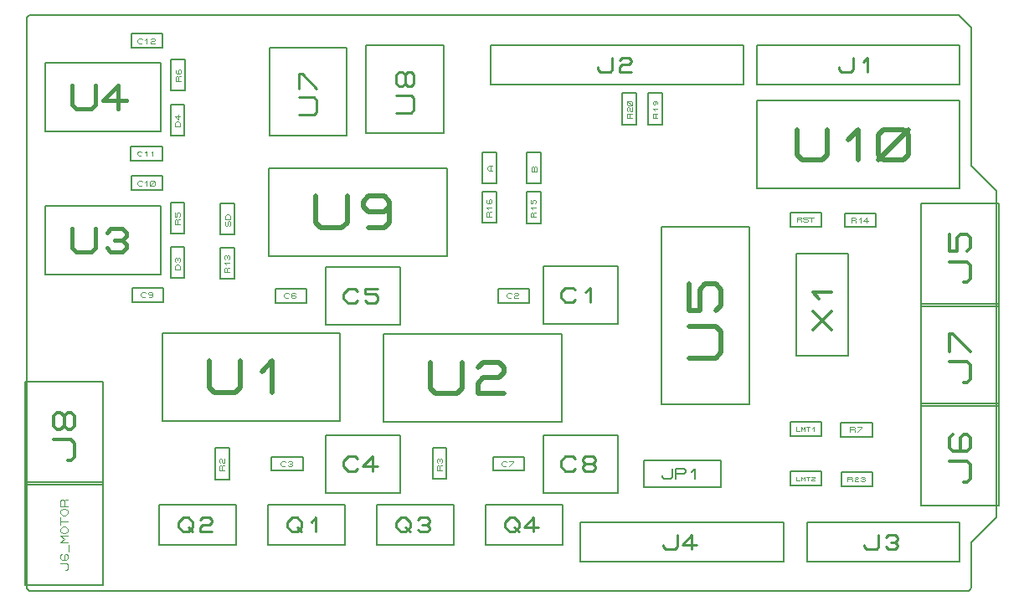
<source format=gbr>
G04 PROTEUS GERBER X2 FILE*
%TF.GenerationSoftware,Labcenter,Proteus,8.6-SP2-Build23525*%
%TF.CreationDate,2019-07-10T19:11:28+00:00*%
%TF.FileFunction,AssemblyDrawing,Top*%
%TF.FilePolarity,Positive*%
%TF.Part,Single*%
%FSLAX45Y45*%
%MOMM*%
G01*
%TA.AperFunction,Profile*%
%ADD29C,0.203200*%
%TA.AperFunction,Material*%
%ADD30C,0.203200*%
%ADD55C,0.513080*%
%ADD56C,0.533400*%
%ADD57C,0.296330*%
%ADD58C,0.078740*%
%ADD59C,0.250610*%
%ADD60C,0.085340*%
%ADD61C,0.240790*%
%ADD62C,0.316990*%
%ADD63C,0.115140*%
%ADD64C,0.062990*%
%ADD65C,0.389040*%
%ADD66C,0.345440*%
%ADD67C,0.164590*%
%TD.AperFunction*%
D29*
X-11303600Y+6940000D02*
X-1902000Y+6940000D01*
X-1800400Y+1120000D02*
X-11303600Y+1120000D01*
X-1902000Y+6940000D02*
X-1775000Y+6813000D01*
X-1775000Y+5420000D02*
X-1521000Y+5166000D01*
X-1521000Y+1864000D01*
X-1775000Y+1610000D02*
X-1521000Y+1864000D01*
X-1775000Y+6813000D02*
X-1775000Y+5420000D01*
X-1775000Y+1610000D02*
X-1775000Y+1150000D01*
X-1775000Y+1145400D02*
X-1800400Y+1120000D01*
X-11330959Y+6914600D02*
X-11330959Y+1150000D01*
X-11305559Y+6940000D02*
X-11330959Y+6914600D01*
X-11330959Y+1145400D02*
X-11305559Y+1120000D01*
D30*
X-3947160Y+5186500D02*
X-1894840Y+5186500D01*
X-1894840Y+6075500D01*
X-3947160Y+6075500D01*
X-3947160Y+5186500D01*
D55*
X-3536696Y+5784924D02*
X-3536696Y+5528384D01*
X-3485388Y+5477076D01*
X-3280156Y+5477076D01*
X-3228848Y+5528384D01*
X-3228848Y+5784924D01*
X-3023616Y+5682308D02*
X-2921000Y+5784924D01*
X-2921000Y+5477076D01*
X-2715768Y+5528384D02*
X-2715768Y+5733616D01*
X-2664460Y+5784924D01*
X-2459228Y+5784924D01*
X-2407920Y+5733616D01*
X-2407920Y+5528384D01*
X-2459228Y+5477076D01*
X-2664460Y+5477076D01*
X-2715768Y+5528384D01*
X-2715768Y+5477076D02*
X-2407920Y+5784924D01*
D30*
X-8878840Y+4504820D02*
X-7080520Y+4504820D01*
X-7080520Y+5393820D01*
X-8878840Y+5393820D01*
X-8878840Y+4504820D01*
D56*
X-8406400Y+5109340D02*
X-8406400Y+4842640D01*
X-8353060Y+4789300D01*
X-8139700Y+4789300D01*
X-8086360Y+4842640D01*
X-8086360Y+5109340D01*
X-7659640Y+5002660D02*
X-7712980Y+4949320D01*
X-7873000Y+4949320D01*
X-7926340Y+5002660D01*
X-7926340Y+5056000D01*
X-7873000Y+5109340D01*
X-7712980Y+5109340D01*
X-7659640Y+5056000D01*
X-7659640Y+4842640D01*
X-7712980Y+4789300D01*
X-7873000Y+4789300D01*
D30*
X-9957160Y+2836500D02*
X-8158840Y+2836500D01*
X-8158840Y+3725500D01*
X-9957160Y+3725500D01*
X-9957160Y+2836500D01*
D56*
X-9484720Y+3441020D02*
X-9484720Y+3174320D01*
X-9431380Y+3120980D01*
X-9218020Y+3120980D01*
X-9164680Y+3174320D01*
X-9164680Y+3441020D01*
X-8951320Y+3334340D02*
X-8844640Y+3441020D01*
X-8844640Y+3120980D01*
D30*
X-8875160Y+5724500D02*
X-8092840Y+5724500D01*
X-8092840Y+6613500D01*
X-8875160Y+6613500D01*
X-8875160Y+5724500D01*
D57*
X-8572900Y+5931934D02*
X-8424733Y+5931934D01*
X-8395100Y+5961567D01*
X-8395100Y+6080100D01*
X-8424733Y+6109733D01*
X-8572900Y+6109733D01*
X-8572900Y+6198633D02*
X-8572900Y+6346799D01*
X-8543267Y+6346799D01*
X-8395100Y+6198633D01*
D30*
X-7895160Y+5744500D02*
X-7112840Y+5744500D01*
X-7112840Y+6633500D01*
X-7895160Y+6633500D01*
X-7895160Y+5744500D01*
D57*
X-7592900Y+5951934D02*
X-7444733Y+5951934D01*
X-7415100Y+5981567D01*
X-7415100Y+6100100D01*
X-7444733Y+6129733D01*
X-7592900Y+6129733D01*
X-7504000Y+6248266D02*
X-7533633Y+6218633D01*
X-7563267Y+6218633D01*
X-7592900Y+6248266D01*
X-7592900Y+6337166D01*
X-7563267Y+6366799D01*
X-7533633Y+6366799D01*
X-7504000Y+6337166D01*
X-7504000Y+6248266D01*
X-7474367Y+6218633D01*
X-7444733Y+6218633D01*
X-7415100Y+6248266D01*
X-7415100Y+6337166D01*
X-7444733Y+6366799D01*
X-7474367Y+6366799D01*
X-7504000Y+6337166D01*
D30*
X-5043660Y+5835840D02*
X-4901420Y+5835840D01*
X-4901420Y+6150800D01*
X-5043660Y+6150800D01*
X-5043660Y+5835840D01*
D58*
X-4948918Y+5898832D02*
X-4996162Y+5898832D01*
X-4996162Y+5938202D01*
X-4988288Y+5946076D01*
X-4980414Y+5946076D01*
X-4972540Y+5938202D01*
X-4972540Y+5898832D01*
X-4972540Y+5938202D02*
X-4964666Y+5946076D01*
X-4948918Y+5946076D01*
X-4980414Y+5977572D02*
X-4996162Y+5993320D01*
X-4948918Y+5993320D01*
X-4980414Y+6072060D02*
X-4972540Y+6064186D01*
X-4972540Y+6040564D01*
X-4980414Y+6032690D01*
X-4988288Y+6032690D01*
X-4996162Y+6040564D01*
X-4996162Y+6064186D01*
X-4988288Y+6072060D01*
X-4956792Y+6072060D01*
X-4948918Y+6064186D01*
X-4948918Y+6040564D01*
D30*
X-5303660Y+5835840D02*
X-5161420Y+5835840D01*
X-5161420Y+6150800D01*
X-5303660Y+6150800D01*
X-5303660Y+5835840D01*
D58*
X-5208918Y+5898832D02*
X-5256162Y+5898832D01*
X-5256162Y+5938202D01*
X-5248288Y+5946076D01*
X-5240414Y+5946076D01*
X-5232540Y+5938202D01*
X-5232540Y+5898832D01*
X-5232540Y+5938202D02*
X-5224666Y+5946076D01*
X-5208918Y+5946076D01*
X-5248288Y+5969698D02*
X-5256162Y+5977572D01*
X-5256162Y+6001194D01*
X-5248288Y+6009068D01*
X-5240414Y+6009068D01*
X-5232540Y+6001194D01*
X-5232540Y+5977572D01*
X-5224666Y+5969698D01*
X-5208918Y+5969698D01*
X-5208918Y+6009068D01*
X-5216792Y+6024816D02*
X-5248288Y+6024816D01*
X-5256162Y+6032690D01*
X-5256162Y+6064186D01*
X-5248288Y+6072060D01*
X-5216792Y+6072060D01*
X-5208918Y+6064186D01*
X-5208918Y+6032690D01*
X-5216792Y+6024816D01*
X-5208918Y+6024816D02*
X-5256162Y+6072060D01*
D30*
X-7717160Y+2826500D02*
X-5918840Y+2826500D01*
X-5918840Y+3715500D01*
X-7717160Y+3715500D01*
X-7717160Y+2826500D01*
D56*
X-7244720Y+3431020D02*
X-7244720Y+3164320D01*
X-7191380Y+3110980D01*
X-6978020Y+3110980D01*
X-6924680Y+3164320D01*
X-6924680Y+3431020D01*
X-6764660Y+3377680D02*
X-6711320Y+3431020D01*
X-6551300Y+3431020D01*
X-6497960Y+3377680D01*
X-6497960Y+3324340D01*
X-6551300Y+3271000D01*
X-6711320Y+3271000D01*
X-6764660Y+3217660D01*
X-6764660Y+3110980D01*
X-6497960Y+3110980D01*
D30*
X-6104940Y+3820440D02*
X-5353100Y+3820440D01*
X-5353100Y+4399560D01*
X-6104940Y+4399560D01*
X-6104940Y+3820440D01*
D59*
X-5779143Y+4059877D02*
X-5804204Y+4034816D01*
X-5879388Y+4034816D01*
X-5929510Y+4084939D01*
X-5929510Y+4135061D01*
X-5879388Y+4185184D01*
X-5804204Y+4185184D01*
X-5779143Y+4160123D01*
X-5678898Y+4135061D02*
X-5628775Y+4185184D01*
X-5628775Y+4034816D01*
D30*
X-6564160Y+4031420D02*
X-6249200Y+4031420D01*
X-6249200Y+4173660D01*
X-6564160Y+4173660D01*
X-6564160Y+4031420D01*
D60*
X-6423749Y+4085471D02*
X-6432284Y+4076936D01*
X-6457887Y+4076936D01*
X-6474955Y+4094005D01*
X-6474955Y+4111074D01*
X-6457887Y+4128143D01*
X-6432284Y+4128143D01*
X-6423749Y+4119608D01*
X-6398146Y+4119608D02*
X-6389612Y+4128143D01*
X-6364009Y+4128143D01*
X-6355474Y+4119608D01*
X-6355474Y+4111074D01*
X-6364009Y+4102540D01*
X-6389612Y+4102540D01*
X-6398146Y+4094005D01*
X-6398146Y+4076936D01*
X-6355474Y+4076936D01*
D30*
X-6723660Y+4839200D02*
X-6581420Y+4839200D01*
X-6581420Y+5154160D01*
X-6723660Y+5154160D01*
X-6723660Y+4839200D01*
D58*
X-6628918Y+4902192D02*
X-6676162Y+4902192D01*
X-6676162Y+4941562D01*
X-6668288Y+4949436D01*
X-6660414Y+4949436D01*
X-6652540Y+4941562D01*
X-6652540Y+4902192D01*
X-6652540Y+4941562D02*
X-6644666Y+4949436D01*
X-6628918Y+4949436D01*
X-6660414Y+4980932D02*
X-6676162Y+4996680D01*
X-6628918Y+4996680D01*
X-6668288Y+5075420D02*
X-6676162Y+5067546D01*
X-6676162Y+5043924D01*
X-6668288Y+5036050D01*
X-6636792Y+5036050D01*
X-6628918Y+5043924D01*
X-6628918Y+5067546D01*
X-6636792Y+5075420D01*
X-6644666Y+5075420D01*
X-6652540Y+5067546D01*
X-6652540Y+5036050D01*
D30*
X-6273660Y+4835840D02*
X-6131420Y+4835840D01*
X-6131420Y+5150800D01*
X-6273660Y+5150800D01*
X-6273660Y+4835840D01*
D58*
X-6178918Y+4898832D02*
X-6226162Y+4898832D01*
X-6226162Y+4938202D01*
X-6218288Y+4946076D01*
X-6210414Y+4946076D01*
X-6202540Y+4938202D01*
X-6202540Y+4898832D01*
X-6202540Y+4938202D02*
X-6194666Y+4946076D01*
X-6178918Y+4946076D01*
X-6210414Y+4977572D02*
X-6226162Y+4993320D01*
X-6178918Y+4993320D01*
X-6226162Y+5072060D02*
X-6226162Y+5032690D01*
X-6210414Y+5032690D01*
X-6210414Y+5064186D01*
X-6202540Y+5072060D01*
X-6186792Y+5072060D01*
X-6178918Y+5064186D01*
X-6178918Y+5040564D01*
X-6186792Y+5032690D01*
D30*
X-8891160Y+1585840D02*
X-8108840Y+1585840D01*
X-8108840Y+1987160D01*
X-8891160Y+1987160D01*
X-8891160Y+1585840D01*
D61*
X-8692633Y+1810579D02*
X-8644475Y+1858737D01*
X-8596317Y+1858737D01*
X-8548159Y+1810579D01*
X-8548159Y+1762420D01*
X-8596317Y+1714262D01*
X-8644475Y+1714262D01*
X-8692633Y+1762420D01*
X-8692633Y+1810579D01*
X-8596317Y+1762420D02*
X-8548159Y+1714262D01*
X-8451842Y+1810579D02*
X-8403684Y+1858737D01*
X-8403684Y+1714262D01*
D30*
X-9991160Y+1585840D02*
X-9208840Y+1585840D01*
X-9208840Y+1987160D01*
X-9991160Y+1987160D01*
X-9991160Y+1585840D01*
D61*
X-9792633Y+1810579D02*
X-9744475Y+1858737D01*
X-9696317Y+1858737D01*
X-9648159Y+1810579D01*
X-9648159Y+1762420D01*
X-9696317Y+1714262D01*
X-9744475Y+1714262D01*
X-9792633Y+1762420D01*
X-9792633Y+1810579D01*
X-9696317Y+1762420D02*
X-9648159Y+1714262D01*
X-9575921Y+1834658D02*
X-9551842Y+1858737D01*
X-9479605Y+1858737D01*
X-9455526Y+1834658D01*
X-9455526Y+1810579D01*
X-9479605Y+1786500D01*
X-9551842Y+1786500D01*
X-9575921Y+1762420D01*
X-9575921Y+1714262D01*
X-9455526Y+1714262D01*
D30*
X-7791160Y+1585840D02*
X-7008840Y+1585840D01*
X-7008840Y+1987160D01*
X-7791160Y+1987160D01*
X-7791160Y+1585840D01*
D61*
X-7592633Y+1810579D02*
X-7544475Y+1858737D01*
X-7496317Y+1858737D01*
X-7448159Y+1810579D01*
X-7448159Y+1762420D01*
X-7496317Y+1714262D01*
X-7544475Y+1714262D01*
X-7592633Y+1762420D01*
X-7592633Y+1810579D01*
X-7496317Y+1762420D02*
X-7448159Y+1714262D01*
X-7375921Y+1834658D02*
X-7351842Y+1858737D01*
X-7279605Y+1858737D01*
X-7255526Y+1834658D01*
X-7255526Y+1810579D01*
X-7279605Y+1786500D01*
X-7255526Y+1762420D01*
X-7255526Y+1738341D01*
X-7279605Y+1714262D01*
X-7351842Y+1714262D01*
X-7375921Y+1738341D01*
X-7327763Y+1786500D02*
X-7279605Y+1786500D01*
D30*
X-6691160Y+1585840D02*
X-5908840Y+1585840D01*
X-5908840Y+1987160D01*
X-6691160Y+1987160D01*
X-6691160Y+1585840D01*
D61*
X-6492633Y+1810579D02*
X-6444475Y+1858737D01*
X-6396317Y+1858737D01*
X-6348159Y+1810579D01*
X-6348159Y+1762420D01*
X-6396317Y+1714262D01*
X-6444475Y+1714262D01*
X-6492633Y+1762420D01*
X-6492633Y+1810579D01*
X-6396317Y+1762420D02*
X-6348159Y+1714262D01*
X-6155526Y+1762420D02*
X-6300000Y+1762420D01*
X-6203684Y+1858737D01*
X-6203684Y+1714262D01*
D30*
X-3549819Y+3491441D02*
X-3021499Y+3491441D01*
X-3021499Y+4527761D01*
X-3549819Y+4527761D01*
X-3549819Y+3491441D01*
D62*
X-3380756Y+3756008D02*
X-3190561Y+3946202D01*
X-3190561Y+3756008D02*
X-3380756Y+3946202D01*
X-3317358Y+4072999D02*
X-3380756Y+4136397D01*
X-3190561Y+4136397D01*
D30*
X-7223660Y+2249200D02*
X-7081420Y+2249200D01*
X-7081420Y+2564160D01*
X-7223660Y+2564160D01*
X-7223660Y+2249200D01*
D60*
X-7126936Y+2338405D02*
X-7178143Y+2338405D01*
X-7178143Y+2381076D01*
X-7169608Y+2389611D01*
X-7161074Y+2389611D01*
X-7152540Y+2381076D01*
X-7152540Y+2338405D01*
X-7152540Y+2381076D02*
X-7144005Y+2389611D01*
X-7126936Y+2389611D01*
X-7169608Y+2415214D02*
X-7178143Y+2423748D01*
X-7178143Y+2449351D01*
X-7169608Y+2457886D01*
X-7161074Y+2457886D01*
X-7152540Y+2449351D01*
X-7144005Y+2457886D01*
X-7135471Y+2457886D01*
X-7126936Y+2449351D01*
X-7126936Y+2423748D01*
X-7135471Y+2415214D01*
X-7152540Y+2432283D02*
X-7152540Y+2449351D01*
D30*
X-9423660Y+2245840D02*
X-9281420Y+2245840D01*
X-9281420Y+2560800D01*
X-9423660Y+2560800D01*
X-9423660Y+2245840D01*
D60*
X-9326936Y+2335045D02*
X-9378143Y+2335045D01*
X-9378143Y+2377716D01*
X-9369608Y+2386251D01*
X-9361074Y+2386251D01*
X-9352540Y+2377716D01*
X-9352540Y+2335045D01*
X-9352540Y+2377716D02*
X-9344005Y+2386251D01*
X-9326936Y+2386251D01*
X-9369608Y+2411854D02*
X-9378143Y+2420388D01*
X-9378143Y+2445991D01*
X-9369608Y+2454526D01*
X-9361074Y+2454526D01*
X-9352540Y+2445991D01*
X-9352540Y+2420388D01*
X-9344005Y+2411854D01*
X-9326936Y+2411854D01*
X-9326936Y+2454526D01*
D30*
X-8850800Y+2331420D02*
X-8535840Y+2331420D01*
X-8535840Y+2473660D01*
X-8850800Y+2473660D01*
X-8850800Y+2331420D01*
D60*
X-8710389Y+2385471D02*
X-8718924Y+2376936D01*
X-8744527Y+2376936D01*
X-8761595Y+2394005D01*
X-8761595Y+2411074D01*
X-8744527Y+2428143D01*
X-8718924Y+2428143D01*
X-8710389Y+2419608D01*
X-8684786Y+2419608D02*
X-8676252Y+2428143D01*
X-8650649Y+2428143D01*
X-8642114Y+2419608D01*
X-8642114Y+2411074D01*
X-8650649Y+2402540D01*
X-8642114Y+2394005D01*
X-8642114Y+2385471D01*
X-8650649Y+2376936D01*
X-8676252Y+2376936D01*
X-8684786Y+2385471D01*
X-8667717Y+2402540D02*
X-8650649Y+2402540D01*
D30*
X-6614160Y+2331420D02*
X-6299200Y+2331420D01*
X-6299200Y+2473660D01*
X-6614160Y+2473660D01*
X-6614160Y+2331420D01*
D60*
X-6473749Y+2385471D02*
X-6482284Y+2376936D01*
X-6507887Y+2376936D01*
X-6524955Y+2394005D01*
X-6524955Y+2411074D01*
X-6507887Y+2428143D01*
X-6482284Y+2428143D01*
X-6473749Y+2419608D01*
X-6448146Y+2428143D02*
X-6405474Y+2428143D01*
X-6405474Y+2419608D01*
X-6448146Y+2376936D01*
D30*
X-8304940Y+2110440D02*
X-7553100Y+2110440D01*
X-7553100Y+2689560D01*
X-8304940Y+2689560D01*
X-8304940Y+2110440D01*
D59*
X-7979143Y+2349877D02*
X-8004204Y+2324816D01*
X-8079388Y+2324816D01*
X-8129510Y+2374939D01*
X-8129510Y+2425061D01*
X-8079388Y+2475184D01*
X-8004204Y+2475184D01*
X-7979143Y+2450123D01*
X-7778653Y+2374939D02*
X-7929020Y+2374939D01*
X-7828775Y+2475184D01*
X-7828775Y+2324816D01*
D30*
X-6104940Y+2110440D02*
X-5353100Y+2110440D01*
X-5353100Y+2689560D01*
X-6104940Y+2689560D01*
X-6104940Y+2110440D01*
D59*
X-5779143Y+2349877D02*
X-5804204Y+2324816D01*
X-5879388Y+2324816D01*
X-5929510Y+2374939D01*
X-5929510Y+2425061D01*
X-5879388Y+2475184D01*
X-5804204Y+2475184D01*
X-5779143Y+2450123D01*
X-5678898Y+2400000D02*
X-5703959Y+2425061D01*
X-5703959Y+2450123D01*
X-5678898Y+2475184D01*
X-5603714Y+2475184D01*
X-5578653Y+2450123D01*
X-5578653Y+2425061D01*
X-5603714Y+2400000D01*
X-5678898Y+2400000D01*
X-5703959Y+2374939D01*
X-5703959Y+2349877D01*
X-5678898Y+2324816D01*
X-5603714Y+2324816D01*
X-5578653Y+2349877D01*
X-5578653Y+2374939D01*
X-5603714Y+2400000D01*
D30*
X-3604160Y+4801420D02*
X-3289200Y+4801420D01*
X-3289200Y+4943660D01*
X-3604160Y+4943660D01*
X-3604160Y+4801420D01*
D58*
X-3541168Y+4848918D02*
X-3541168Y+4896162D01*
X-3501798Y+4896162D01*
X-3493924Y+4888288D01*
X-3493924Y+4880414D01*
X-3501798Y+4872540D01*
X-3541168Y+4872540D01*
X-3501798Y+4872540D02*
X-3493924Y+4864666D01*
X-3493924Y+4848918D01*
X-3478176Y+4856792D02*
X-3470302Y+4848918D01*
X-3438806Y+4848918D01*
X-3430932Y+4856792D01*
X-3430932Y+4864666D01*
X-3438806Y+4872540D01*
X-3470302Y+4872540D01*
X-3478176Y+4880414D01*
X-3478176Y+4888288D01*
X-3470302Y+4896162D01*
X-3438806Y+4896162D01*
X-3430932Y+4888288D01*
X-3415184Y+4896162D02*
X-3367940Y+4896162D01*
X-3391562Y+4896162D02*
X-3391562Y+4848918D01*
D30*
X-6718580Y+5239200D02*
X-6576340Y+5239200D01*
X-6576340Y+5554160D01*
X-6718580Y+5554160D01*
X-6718580Y+5239200D01*
D60*
X-6621856Y+5362543D02*
X-6655994Y+5362543D01*
X-6673063Y+5379611D01*
X-6673063Y+5396680D01*
X-6655994Y+5413749D01*
X-6621856Y+5413749D01*
X-6638925Y+5362543D02*
X-6638925Y+5413749D01*
D30*
X-6268580Y+5235840D02*
X-6126340Y+5235840D01*
X-6126340Y+5550800D01*
X-6268580Y+5550800D01*
X-6268580Y+5235840D01*
D60*
X-6171856Y+5359183D02*
X-6223063Y+5359183D01*
X-6223063Y+5401854D01*
X-6214528Y+5410389D01*
X-6205994Y+5410389D01*
X-6197460Y+5401854D01*
X-6188925Y+5410389D01*
X-6180391Y+5410389D01*
X-6171856Y+5401854D01*
X-6171856Y+5359183D01*
X-6197460Y+5359183D02*
X-6197460Y+5401854D01*
D30*
X-9373660Y+4275840D02*
X-9231420Y+4275840D01*
X-9231420Y+4590800D01*
X-9373660Y+4590800D01*
X-9373660Y+4275840D01*
D58*
X-9278918Y+4338832D02*
X-9326162Y+4338832D01*
X-9326162Y+4378202D01*
X-9318288Y+4386076D01*
X-9310414Y+4386076D01*
X-9302540Y+4378202D01*
X-9302540Y+4338832D01*
X-9302540Y+4378202D02*
X-9294666Y+4386076D01*
X-9278918Y+4386076D01*
X-9310414Y+4417572D02*
X-9326162Y+4433320D01*
X-9278918Y+4433320D01*
X-9318288Y+4472690D02*
X-9326162Y+4480564D01*
X-9326162Y+4504186D01*
X-9318288Y+4512060D01*
X-9310414Y+4512060D01*
X-9302540Y+4504186D01*
X-9294666Y+4512060D01*
X-9286792Y+4512060D01*
X-9278918Y+4504186D01*
X-9278918Y+4480564D01*
X-9286792Y+4472690D01*
X-9302540Y+4488438D02*
X-9302540Y+4504186D01*
D30*
X-3054160Y+4796340D02*
X-2739200Y+4796340D01*
X-2739200Y+4938580D01*
X-3054160Y+4938580D01*
X-3054160Y+4796340D01*
D58*
X-2991168Y+4843838D02*
X-2991168Y+4891082D01*
X-2951798Y+4891082D01*
X-2943924Y+4883208D01*
X-2943924Y+4875334D01*
X-2951798Y+4867460D01*
X-2991168Y+4867460D01*
X-2951798Y+4867460D02*
X-2943924Y+4859586D01*
X-2943924Y+4843838D01*
X-2912428Y+4875334D02*
X-2896680Y+4891082D01*
X-2896680Y+4843838D01*
X-2817940Y+4859586D02*
X-2865184Y+4859586D01*
X-2833688Y+4891082D01*
X-2833688Y+4843838D01*
D30*
X-11341160Y+1178220D02*
X-10558840Y+1178220D01*
X-10558840Y+2214540D01*
X-11341160Y+2214540D01*
X-11341160Y+1178220D01*
D63*
X-10938485Y+1327916D02*
X-10926970Y+1327916D01*
X-10915456Y+1339430D01*
X-10915456Y+1385488D01*
X-10926970Y+1397003D01*
X-10984543Y+1397003D01*
X-10973029Y+1489119D02*
X-10984543Y+1477604D01*
X-10984543Y+1443061D01*
X-10973029Y+1431546D01*
X-10926970Y+1431546D01*
X-10915456Y+1443061D01*
X-10915456Y+1477604D01*
X-10926970Y+1489119D01*
X-10938485Y+1489119D01*
X-10950000Y+1477604D01*
X-10950000Y+1431546D01*
X-10903941Y+1512148D02*
X-10903941Y+1581235D01*
X-10915456Y+1604264D02*
X-10984543Y+1604264D01*
X-10950000Y+1638807D01*
X-10984543Y+1673351D01*
X-10915456Y+1673351D01*
X-10961514Y+1696380D02*
X-10984543Y+1719409D01*
X-10984543Y+1742438D01*
X-10961514Y+1765467D01*
X-10938485Y+1765467D01*
X-10915456Y+1742438D01*
X-10915456Y+1719409D01*
X-10938485Y+1696380D01*
X-10961514Y+1696380D01*
X-10984543Y+1788496D02*
X-10984543Y+1857583D01*
X-10984543Y+1823039D02*
X-10915456Y+1823039D01*
X-10961514Y+1880612D02*
X-10984543Y+1903641D01*
X-10984543Y+1926670D01*
X-10961514Y+1949699D01*
X-10938485Y+1949699D01*
X-10915456Y+1926670D01*
X-10915456Y+1903641D01*
X-10938485Y+1880612D01*
X-10961514Y+1880612D01*
X-10915456Y+1972728D02*
X-10984543Y+1972728D01*
X-10984543Y+2030300D01*
X-10973029Y+2041815D01*
X-10961514Y+2041815D01*
X-10950000Y+2030300D01*
X-10950000Y+1972728D01*
X-10950000Y+2030300D02*
X-10938485Y+2041815D01*
X-10915456Y+2041815D01*
D30*
X-9368580Y+4719200D02*
X-9226340Y+4719200D01*
X-9226340Y+5034160D01*
X-9368580Y+5034160D01*
X-9368580Y+4719200D01*
D60*
X-9280391Y+4808405D02*
X-9271856Y+4816939D01*
X-9271856Y+4851076D01*
X-9280391Y+4859611D01*
X-9288925Y+4859611D01*
X-9297460Y+4851076D01*
X-9297460Y+4816939D01*
X-9305994Y+4808405D01*
X-9314528Y+4808405D01*
X-9323063Y+4816939D01*
X-9323063Y+4851076D01*
X-9314528Y+4859611D01*
X-9271856Y+4876680D02*
X-9323063Y+4876680D01*
X-9323063Y+4910817D01*
X-9305994Y+4927886D01*
X-9288925Y+4927886D01*
X-9271856Y+4910817D01*
X-9271856Y+4876680D01*
D30*
X-3604160Y+2681420D02*
X-3289200Y+2681420D01*
X-3289200Y+2823660D01*
X-3604160Y+2823660D01*
X-3604160Y+2681420D01*
D64*
X-3547466Y+2771437D02*
X-3547466Y+2733642D01*
X-3509672Y+2733642D01*
X-3497073Y+2733642D02*
X-3497073Y+2771437D01*
X-3478176Y+2752540D01*
X-3459279Y+2771437D01*
X-3459279Y+2733642D01*
X-3446680Y+2771437D02*
X-3408886Y+2771437D01*
X-3427783Y+2771437D02*
X-3427783Y+2733642D01*
X-3383689Y+2758839D02*
X-3371091Y+2771437D01*
X-3371091Y+2733642D01*
D30*
X-3604160Y+2181420D02*
X-3289200Y+2181420D01*
X-3289200Y+2323660D01*
X-3604160Y+2323660D01*
X-3604160Y+2181420D01*
D64*
X-3547466Y+2271437D02*
X-3547466Y+2233642D01*
X-3509672Y+2233642D01*
X-3497073Y+2233642D02*
X-3497073Y+2271437D01*
X-3478176Y+2252540D01*
X-3459279Y+2271437D01*
X-3459279Y+2233642D01*
X-3446680Y+2271437D02*
X-3408886Y+2271437D01*
X-3427783Y+2271437D02*
X-3427783Y+2233642D01*
X-3389988Y+2265138D02*
X-3383689Y+2271437D01*
X-3364792Y+2271437D01*
X-3358493Y+2265138D01*
X-3358493Y+2258839D01*
X-3364792Y+2252540D01*
X-3383689Y+2252540D01*
X-3389988Y+2246240D01*
X-3389988Y+2233642D01*
X-3358493Y+2233642D01*
D30*
X-3090800Y+2176340D02*
X-2775840Y+2176340D01*
X-2775840Y+2318580D01*
X-3090800Y+2318580D01*
X-3090800Y+2176340D01*
D58*
X-3027808Y+2223838D02*
X-3027808Y+2271082D01*
X-2988438Y+2271082D01*
X-2980564Y+2263208D01*
X-2980564Y+2255334D01*
X-2988438Y+2247460D01*
X-3027808Y+2247460D01*
X-2988438Y+2247460D02*
X-2980564Y+2239586D01*
X-2980564Y+2223838D01*
X-2956942Y+2263208D02*
X-2949068Y+2271082D01*
X-2925446Y+2271082D01*
X-2917572Y+2263208D01*
X-2917572Y+2255334D01*
X-2925446Y+2247460D01*
X-2949068Y+2247460D01*
X-2956942Y+2239586D01*
X-2956942Y+2223838D01*
X-2917572Y+2223838D01*
X-2893950Y+2263208D02*
X-2886076Y+2271082D01*
X-2862454Y+2271082D01*
X-2854580Y+2263208D01*
X-2854580Y+2255334D01*
X-2862454Y+2247460D01*
X-2854580Y+2239586D01*
X-2854580Y+2231712D01*
X-2862454Y+2223838D01*
X-2886076Y+2223838D01*
X-2893950Y+2231712D01*
X-2878202Y+2247460D02*
X-2862454Y+2247460D01*
D30*
X-3094160Y+2676340D02*
X-2779200Y+2676340D01*
X-2779200Y+2818580D01*
X-3094160Y+2818580D01*
X-3094160Y+2676340D01*
D60*
X-3004955Y+2721856D02*
X-3004955Y+2773063D01*
X-2962284Y+2773063D01*
X-2953749Y+2764528D01*
X-2953749Y+2755994D01*
X-2962284Y+2747460D01*
X-3004955Y+2747460D01*
X-2962284Y+2747460D02*
X-2953749Y+2738925D01*
X-2953749Y+2721856D01*
X-2928146Y+2773063D02*
X-2885474Y+2773063D01*
X-2885474Y+2764528D01*
X-2928146Y+2721856D01*
D30*
X-10270800Y+6609700D02*
X-9955840Y+6609700D01*
X-9955840Y+6751940D01*
X-10270800Y+6751940D01*
X-10270800Y+6609700D01*
D58*
X-10160564Y+6665072D02*
X-10168438Y+6657198D01*
X-10192060Y+6657198D01*
X-10207808Y+6672946D01*
X-10207808Y+6688694D01*
X-10192060Y+6704442D01*
X-10168438Y+6704442D01*
X-10160564Y+6696568D01*
X-10129068Y+6688694D02*
X-10113320Y+6704442D01*
X-10113320Y+6657198D01*
X-10073950Y+6696568D02*
X-10066076Y+6704442D01*
X-10042454Y+6704442D01*
X-10034580Y+6696568D01*
X-10034580Y+6688694D01*
X-10042454Y+6680820D01*
X-10066076Y+6680820D01*
X-10073950Y+6672946D01*
X-10073950Y+6657198D01*
X-10034580Y+6657198D01*
D30*
X-11140130Y+4314110D02*
X-9973000Y+4314110D01*
X-9973000Y+5012610D01*
X-11140130Y+5012610D01*
X-11140130Y+4314110D01*
D65*
X-10867799Y+4780073D02*
X-10867799Y+4585551D01*
X-10828895Y+4546647D01*
X-10673278Y+4546647D01*
X-10634374Y+4585551D01*
X-10634374Y+4780073D01*
X-10517661Y+4741169D02*
X-10478757Y+4780073D01*
X-10362044Y+4780073D01*
X-10323140Y+4741169D01*
X-10323140Y+4702264D01*
X-10362044Y+4663360D01*
X-10323140Y+4624456D01*
X-10323140Y+4585551D01*
X-10362044Y+4546647D01*
X-10478757Y+4546647D01*
X-10517661Y+4585551D01*
X-10439853Y+4663360D02*
X-10362044Y+4663360D01*
D30*
X-3437160Y+1409340D02*
X-1892840Y+1409340D01*
X-1892840Y+1810660D01*
X-3437160Y+1810660D01*
X-3437160Y+1409340D01*
D61*
X-2857633Y+1585920D02*
X-2857633Y+1561841D01*
X-2833554Y+1537762D01*
X-2737238Y+1537762D01*
X-2713159Y+1561841D01*
X-2713159Y+1682237D01*
X-2640921Y+1658158D02*
X-2616842Y+1682237D01*
X-2544605Y+1682237D01*
X-2520526Y+1658158D01*
X-2520526Y+1634079D01*
X-2544605Y+1610000D01*
X-2520526Y+1585920D01*
X-2520526Y+1561841D01*
X-2544605Y+1537762D01*
X-2616842Y+1537762D01*
X-2640921Y+1561841D01*
X-2592763Y+1610000D02*
X-2544605Y+1610000D01*
D30*
X-5727160Y+1409340D02*
X-3674840Y+1409340D01*
X-3674840Y+1810660D01*
X-5727160Y+1810660D01*
X-5727160Y+1409340D01*
D61*
X-4893633Y+1585920D02*
X-4893633Y+1561841D01*
X-4869554Y+1537762D01*
X-4773238Y+1537762D01*
X-4749159Y+1561841D01*
X-4749159Y+1682237D01*
X-4556526Y+1585920D02*
X-4701000Y+1585920D01*
X-4604684Y+1682237D01*
X-4604684Y+1537762D01*
D30*
X-3947160Y+6239340D02*
X-1894840Y+6239340D01*
X-1894840Y+6640660D01*
X-3947160Y+6640660D01*
X-3947160Y+6239340D01*
D61*
X-3113633Y+6415920D02*
X-3113633Y+6391841D01*
X-3089554Y+6367762D01*
X-2993238Y+6367762D01*
X-2969159Y+6391841D01*
X-2969159Y+6512237D01*
X-2872842Y+6464079D02*
X-2824684Y+6512237D01*
X-2824684Y+6367762D01*
D30*
X-6637160Y+6239340D02*
X-4076840Y+6239340D01*
X-4076840Y+6640660D01*
X-6637160Y+6640660D01*
X-6637160Y+6239340D01*
D61*
X-5549633Y+6415920D02*
X-5549633Y+6391841D01*
X-5525554Y+6367762D01*
X-5429238Y+6367762D01*
X-5405159Y+6391841D01*
X-5405159Y+6512237D01*
X-5332921Y+6488158D02*
X-5308842Y+6512237D01*
X-5236605Y+6512237D01*
X-5212526Y+6488158D01*
X-5212526Y+6464079D01*
X-5236605Y+6440000D01*
X-5308842Y+6440000D01*
X-5332921Y+6415920D01*
X-5332921Y+6367762D01*
X-5212526Y+6367762D01*
D30*
X-11140130Y+5764110D02*
X-9973000Y+5764110D01*
X-9973000Y+6462610D01*
X-11140130Y+6462610D01*
X-11140130Y+5764110D01*
D65*
X-10867799Y+6230073D02*
X-10867799Y+6035551D01*
X-10828895Y+5996647D01*
X-10673278Y+5996647D01*
X-10634374Y+6035551D01*
X-10634374Y+6230073D01*
X-10323140Y+6074456D02*
X-10556565Y+6074456D01*
X-10400948Y+6230073D01*
X-10400948Y+5996647D01*
D30*
X-10270800Y+5169700D02*
X-9955840Y+5169700D01*
X-9955840Y+5311940D01*
X-10270800Y+5311940D01*
X-10270800Y+5169700D01*
D58*
X-10160564Y+5225072D02*
X-10168438Y+5217198D01*
X-10192060Y+5217198D01*
X-10207808Y+5232946D01*
X-10207808Y+5248694D01*
X-10192060Y+5264442D01*
X-10168438Y+5264442D01*
X-10160564Y+5256568D01*
X-10129068Y+5248694D02*
X-10113320Y+5264442D01*
X-10113320Y+5217198D01*
X-10081824Y+5225072D02*
X-10081824Y+5256568D01*
X-10073950Y+5264442D01*
X-10042454Y+5264442D01*
X-10034580Y+5256568D01*
X-10034580Y+5225072D01*
X-10042454Y+5217198D01*
X-10073950Y+5217198D01*
X-10081824Y+5225072D01*
X-10081824Y+5217198D02*
X-10034580Y+5264442D01*
D30*
X-9873660Y+4732560D02*
X-9731420Y+4732560D01*
X-9731420Y+5047520D01*
X-9873660Y+5047520D01*
X-9873660Y+4732560D01*
D60*
X-9776936Y+4821765D02*
X-9828143Y+4821765D01*
X-9828143Y+4864436D01*
X-9819608Y+4872971D01*
X-9811074Y+4872971D01*
X-9802540Y+4864436D01*
X-9802540Y+4821765D01*
X-9802540Y+4864436D02*
X-9794005Y+4872971D01*
X-9776936Y+4872971D01*
X-9828143Y+4941246D02*
X-9828143Y+4898574D01*
X-9811074Y+4898574D01*
X-9811074Y+4932711D01*
X-9802540Y+4941246D01*
X-9785471Y+4941246D01*
X-9776936Y+4932711D01*
X-9776936Y+4907108D01*
X-9785471Y+4898574D01*
D30*
X-10274160Y+5469700D02*
X-9959200Y+5469700D01*
X-9959200Y+5611940D01*
X-10274160Y+5611940D01*
X-10274160Y+5469700D01*
D58*
X-10163924Y+5525072D02*
X-10171798Y+5517198D01*
X-10195420Y+5517198D01*
X-10211168Y+5532946D01*
X-10211168Y+5548694D01*
X-10195420Y+5564442D01*
X-10171798Y+5564442D01*
X-10163924Y+5556568D01*
X-10132428Y+5548694D02*
X-10116680Y+5564442D01*
X-10116680Y+5517198D01*
X-10069436Y+5548694D02*
X-10053688Y+5564442D01*
X-10053688Y+5517198D01*
D30*
X-9873660Y+5722560D02*
X-9731420Y+5722560D01*
X-9731420Y+6037520D01*
X-9873660Y+6037520D01*
X-9873660Y+5722560D01*
D60*
X-9776936Y+5811765D02*
X-9828143Y+5811765D01*
X-9828143Y+5845902D01*
X-9811074Y+5862971D01*
X-9794005Y+5862971D01*
X-9776936Y+5845902D01*
X-9776936Y+5811765D01*
X-9794005Y+5931246D02*
X-9794005Y+5880040D01*
X-9828143Y+5914177D01*
X-9776936Y+5914177D01*
D30*
X-9873660Y+4279200D02*
X-9731420Y+4279200D01*
X-9731420Y+4594160D01*
X-9873660Y+4594160D01*
X-9873660Y+4279200D01*
D60*
X-9776936Y+4368405D02*
X-9828143Y+4368405D01*
X-9828143Y+4402542D01*
X-9811074Y+4419611D01*
X-9794005Y+4419611D01*
X-9776936Y+4402542D01*
X-9776936Y+4368405D01*
X-9819608Y+4445214D02*
X-9828143Y+4453748D01*
X-9828143Y+4479351D01*
X-9819608Y+4487886D01*
X-9811074Y+4487886D01*
X-9802540Y+4479351D01*
X-9794005Y+4487886D01*
X-9785471Y+4487886D01*
X-9776936Y+4479351D01*
X-9776936Y+4453748D01*
X-9785471Y+4445214D01*
X-9802540Y+4462283D02*
X-9802540Y+4479351D01*
D30*
X-10264160Y+4039700D02*
X-9949200Y+4039700D01*
X-9949200Y+4181940D01*
X-10264160Y+4181940D01*
X-10264160Y+4039700D01*
D60*
X-10123749Y+4093751D02*
X-10132284Y+4085216D01*
X-10157887Y+4085216D01*
X-10174955Y+4102285D01*
X-10174955Y+4119354D01*
X-10157887Y+4136423D01*
X-10132284Y+4136423D01*
X-10123749Y+4127888D01*
X-10055474Y+4119354D02*
X-10064009Y+4110820D01*
X-10089612Y+4110820D01*
X-10098146Y+4119354D01*
X-10098146Y+4127888D01*
X-10089612Y+4136423D01*
X-10064009Y+4136423D01*
X-10055474Y+4127888D01*
X-10055474Y+4093751D01*
X-10064009Y+4085216D01*
X-10089612Y+4085216D01*
D30*
X-9868580Y+6179200D02*
X-9726340Y+6179200D01*
X-9726340Y+6494160D01*
X-9868580Y+6494160D01*
X-9868580Y+6179200D01*
D60*
X-9771856Y+6268405D02*
X-9823063Y+6268405D01*
X-9823063Y+6311076D01*
X-9814528Y+6319611D01*
X-9805994Y+6319611D01*
X-9797460Y+6311076D01*
X-9797460Y+6268405D01*
X-9797460Y+6311076D02*
X-9788925Y+6319611D01*
X-9771856Y+6319611D01*
X-9814528Y+6387886D02*
X-9823063Y+6379351D01*
X-9823063Y+6353748D01*
X-9814528Y+6345214D01*
X-9780391Y+6345214D01*
X-9771856Y+6353748D01*
X-9771856Y+6379351D01*
X-9780391Y+6387886D01*
X-9788925Y+6387886D01*
X-9797460Y+6379351D01*
X-9797460Y+6345214D01*
D30*
X-4913500Y+3000840D02*
X-4024500Y+3000840D01*
X-4024500Y+4799160D01*
X-4913500Y+4799160D01*
X-4913500Y+3000840D01*
D56*
X-4629020Y+3473280D02*
X-4362320Y+3473280D01*
X-4308980Y+3526620D01*
X-4308980Y+3739980D01*
X-4362320Y+3793320D01*
X-4629020Y+3793320D01*
X-4629020Y+4220040D02*
X-4629020Y+3953340D01*
X-4522340Y+3953340D01*
X-4522340Y+4166700D01*
X-4469000Y+4220040D01*
X-4362320Y+4220040D01*
X-4308980Y+4166700D01*
X-4308980Y+4006680D01*
X-4362320Y+3953340D01*
D30*
X-11341160Y+2195460D02*
X-10558840Y+2195460D01*
X-10558840Y+3231780D01*
X-11341160Y+3231780D01*
X-11341160Y+2195460D01*
D66*
X-10915456Y+2437268D02*
X-10880912Y+2437268D01*
X-10846368Y+2471812D01*
X-10846368Y+2609988D01*
X-10880912Y+2644532D01*
X-11053632Y+2644532D01*
X-10950000Y+2782708D02*
X-10984544Y+2748164D01*
X-11019088Y+2748164D01*
X-11053632Y+2782708D01*
X-11053632Y+2886340D01*
X-11019088Y+2920884D01*
X-10984544Y+2920884D01*
X-10950000Y+2886340D01*
X-10950000Y+2782708D01*
X-10915456Y+2748164D01*
X-10880912Y+2748164D01*
X-10846368Y+2782708D01*
X-10846368Y+2886340D01*
X-10880912Y+2920884D01*
X-10915456Y+2920884D01*
X-10950000Y+2886340D01*
D30*
X-8814160Y+4031420D02*
X-8499200Y+4031420D01*
X-8499200Y+4173660D01*
X-8814160Y+4173660D01*
X-8814160Y+4031420D01*
D60*
X-8673749Y+4085471D02*
X-8682284Y+4076936D01*
X-8707887Y+4076936D01*
X-8724955Y+4094005D01*
X-8724955Y+4111074D01*
X-8707887Y+4128143D01*
X-8682284Y+4128143D01*
X-8673749Y+4119608D01*
X-8605474Y+4119608D02*
X-8614009Y+4128143D01*
X-8639612Y+4128143D01*
X-8648146Y+4119608D01*
X-8648146Y+4085471D01*
X-8639612Y+4076936D01*
X-8614009Y+4076936D01*
X-8605474Y+4085471D01*
X-8605474Y+4094005D01*
X-8614009Y+4102540D01*
X-8648146Y+4102540D01*
D30*
X-8304940Y+3810440D02*
X-7553100Y+3810440D01*
X-7553100Y+4389560D01*
X-8304940Y+4389560D01*
X-8304940Y+3810440D01*
D59*
X-7979143Y+4049877D02*
X-8004204Y+4024816D01*
X-8079388Y+4024816D01*
X-8129510Y+4074939D01*
X-8129510Y+4125061D01*
X-8079388Y+4175184D01*
X-8004204Y+4175184D01*
X-7979143Y+4150123D01*
X-7778653Y+4175184D02*
X-7903959Y+4175184D01*
X-7903959Y+4125061D01*
X-7803714Y+4125061D01*
X-7778653Y+4100000D01*
X-7778653Y+4049877D01*
X-7803714Y+4024816D01*
X-7878898Y+4024816D01*
X-7903959Y+4049877D01*
D30*
X-2281160Y+1977840D02*
X-1498840Y+1977840D01*
X-1498840Y+3014160D01*
X-2281160Y+3014160D01*
X-2281160Y+1977840D01*
D66*
X-1855456Y+2219648D02*
X-1820912Y+2219648D01*
X-1786368Y+2254192D01*
X-1786368Y+2392368D01*
X-1820912Y+2426912D01*
X-1993632Y+2426912D01*
X-1959088Y+2703264D02*
X-1993632Y+2668720D01*
X-1993632Y+2565088D01*
X-1959088Y+2530544D01*
X-1820912Y+2530544D01*
X-1786368Y+2565088D01*
X-1786368Y+2668720D01*
X-1820912Y+2703264D01*
X-1855456Y+2703264D01*
X-1890000Y+2668720D01*
X-1890000Y+2530544D01*
D30*
X-2281160Y+3997840D02*
X-1498840Y+3997840D01*
X-1498840Y+5034160D01*
X-2281160Y+5034160D01*
X-2281160Y+3997840D01*
D66*
X-1855456Y+4239648D02*
X-1820912Y+4239648D01*
X-1786368Y+4274192D01*
X-1786368Y+4412368D01*
X-1820912Y+4446912D01*
X-1993632Y+4446912D01*
X-1993632Y+4723264D02*
X-1993632Y+4550544D01*
X-1924544Y+4550544D01*
X-1924544Y+4688720D01*
X-1890000Y+4723264D01*
X-1820912Y+4723264D01*
X-1786368Y+4688720D01*
X-1786368Y+4585088D01*
X-1820912Y+4550544D01*
D30*
X-2281160Y+2985840D02*
X-1498840Y+2985840D01*
X-1498840Y+4022160D01*
X-2281160Y+4022160D01*
X-2281160Y+2985840D01*
D66*
X-1855456Y+3227648D02*
X-1820912Y+3227648D01*
X-1786368Y+3262192D01*
X-1786368Y+3400368D01*
X-1820912Y+3434912D01*
X-1993632Y+3434912D01*
X-1993632Y+3538544D02*
X-1993632Y+3711264D01*
X-1959088Y+3711264D01*
X-1786368Y+3538544D01*
D30*
X-5091160Y+2162840D02*
X-4308840Y+2162840D01*
X-4308840Y+2437160D01*
X-5091160Y+2437160D01*
X-5091160Y+2162840D01*
D67*
X-4897509Y+2283540D02*
X-4897509Y+2267081D01*
X-4881050Y+2250622D01*
X-4815214Y+2250622D01*
X-4798755Y+2267081D01*
X-4798755Y+2349377D01*
X-4765836Y+2250622D02*
X-4765836Y+2349377D01*
X-4683541Y+2349377D01*
X-4667082Y+2332918D01*
X-4667082Y+2316459D01*
X-4683541Y+2300000D01*
X-4765836Y+2300000D01*
X-4601245Y+2316459D02*
X-4568327Y+2349377D01*
X-4568327Y+2250622D01*
M02*

</source>
